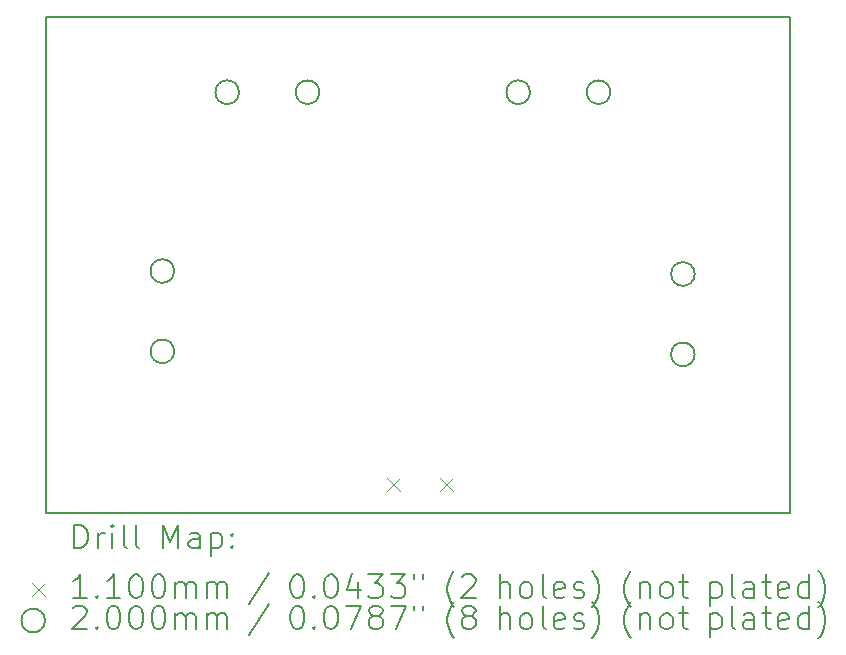
<source format=gbr>
%TF.GenerationSoftware,KiCad,Pcbnew,7.0.0-da2b9df05c~163~ubuntu22.04.1*%
%TF.CreationDate,2023-02-19T22:43:45+00:00*%
%TF.ProjectId,userioswitch,75736572-696f-4737-9769-7463682e6b69,rev?*%
%TF.SameCoordinates,Original*%
%TF.FileFunction,Drillmap*%
%TF.FilePolarity,Positive*%
%FSLAX45Y45*%
G04 Gerber Fmt 4.5, Leading zero omitted, Abs format (unit mm)*
G04 Created by KiCad (PCBNEW 7.0.0-da2b9df05c~163~ubuntu22.04.1) date 2023-02-19 22:43:45*
%MOMM*%
%LPD*%
G01*
G04 APERTURE LIST*
%ADD10C,0.200000*%
%ADD11C,0.110000*%
G04 APERTURE END LIST*
D10*
X17050000Y-6700000D02*
X23350000Y-6700000D01*
X23350000Y-6700000D02*
X23350000Y-10900000D01*
X23350000Y-10900000D02*
X17050000Y-10900000D01*
X17050000Y-10900000D02*
X17050000Y-6700000D01*
D11*
X19934800Y-10605100D02*
X20044800Y-10715100D01*
X20044800Y-10605100D02*
X19934800Y-10715100D01*
X20384800Y-10605100D02*
X20494800Y-10715100D01*
X20494800Y-10605100D02*
X20384800Y-10715100D01*
D10*
X18134000Y-8854800D02*
G75*
G03*
X18134000Y-8854800I-100000J0D01*
G01*
X18134000Y-9534800D02*
G75*
G03*
X18134000Y-9534800I-100000J0D01*
G01*
X18683000Y-7340600D02*
G75*
G03*
X18683000Y-7340600I-100000J0D01*
G01*
X19363000Y-7340600D02*
G75*
G03*
X19363000Y-7340600I-100000J0D01*
G01*
X21146800Y-7340600D02*
G75*
G03*
X21146800Y-7340600I-100000J0D01*
G01*
X21826800Y-7340600D02*
G75*
G03*
X21826800Y-7340600I-100000J0D01*
G01*
X22540650Y-8880200D02*
G75*
G03*
X22540650Y-8880200I-100000J0D01*
G01*
X22540650Y-9560200D02*
G75*
G03*
X22540650Y-9560200I-100000J0D01*
G01*
X17287619Y-11203476D02*
X17287619Y-11003476D01*
X17287619Y-11003476D02*
X17335238Y-11003476D01*
X17335238Y-11003476D02*
X17363810Y-11013000D01*
X17363810Y-11013000D02*
X17382857Y-11032048D01*
X17382857Y-11032048D02*
X17392381Y-11051095D01*
X17392381Y-11051095D02*
X17401905Y-11089190D01*
X17401905Y-11089190D02*
X17401905Y-11117762D01*
X17401905Y-11117762D02*
X17392381Y-11155857D01*
X17392381Y-11155857D02*
X17382857Y-11174905D01*
X17382857Y-11174905D02*
X17363810Y-11193952D01*
X17363810Y-11193952D02*
X17335238Y-11203476D01*
X17335238Y-11203476D02*
X17287619Y-11203476D01*
X17487619Y-11203476D02*
X17487619Y-11070143D01*
X17487619Y-11108238D02*
X17497143Y-11089190D01*
X17497143Y-11089190D02*
X17506667Y-11079667D01*
X17506667Y-11079667D02*
X17525714Y-11070143D01*
X17525714Y-11070143D02*
X17544762Y-11070143D01*
X17611429Y-11203476D02*
X17611429Y-11070143D01*
X17611429Y-11003476D02*
X17601905Y-11013000D01*
X17601905Y-11013000D02*
X17611429Y-11022524D01*
X17611429Y-11022524D02*
X17620952Y-11013000D01*
X17620952Y-11013000D02*
X17611429Y-11003476D01*
X17611429Y-11003476D02*
X17611429Y-11022524D01*
X17735238Y-11203476D02*
X17716190Y-11193952D01*
X17716190Y-11193952D02*
X17706667Y-11174905D01*
X17706667Y-11174905D02*
X17706667Y-11003476D01*
X17840000Y-11203476D02*
X17820952Y-11193952D01*
X17820952Y-11193952D02*
X17811429Y-11174905D01*
X17811429Y-11174905D02*
X17811429Y-11003476D01*
X18036190Y-11203476D02*
X18036190Y-11003476D01*
X18036190Y-11003476D02*
X18102857Y-11146333D01*
X18102857Y-11146333D02*
X18169524Y-11003476D01*
X18169524Y-11003476D02*
X18169524Y-11203476D01*
X18350476Y-11203476D02*
X18350476Y-11098714D01*
X18350476Y-11098714D02*
X18340952Y-11079667D01*
X18340952Y-11079667D02*
X18321905Y-11070143D01*
X18321905Y-11070143D02*
X18283809Y-11070143D01*
X18283809Y-11070143D02*
X18264762Y-11079667D01*
X18350476Y-11193952D02*
X18331429Y-11203476D01*
X18331429Y-11203476D02*
X18283809Y-11203476D01*
X18283809Y-11203476D02*
X18264762Y-11193952D01*
X18264762Y-11193952D02*
X18255238Y-11174905D01*
X18255238Y-11174905D02*
X18255238Y-11155857D01*
X18255238Y-11155857D02*
X18264762Y-11136810D01*
X18264762Y-11136810D02*
X18283809Y-11127286D01*
X18283809Y-11127286D02*
X18331429Y-11127286D01*
X18331429Y-11127286D02*
X18350476Y-11117762D01*
X18445714Y-11070143D02*
X18445714Y-11270143D01*
X18445714Y-11079667D02*
X18464762Y-11070143D01*
X18464762Y-11070143D02*
X18502857Y-11070143D01*
X18502857Y-11070143D02*
X18521905Y-11079667D01*
X18521905Y-11079667D02*
X18531429Y-11089190D01*
X18531429Y-11089190D02*
X18540952Y-11108238D01*
X18540952Y-11108238D02*
X18540952Y-11165381D01*
X18540952Y-11165381D02*
X18531429Y-11184429D01*
X18531429Y-11184429D02*
X18521905Y-11193952D01*
X18521905Y-11193952D02*
X18502857Y-11203476D01*
X18502857Y-11203476D02*
X18464762Y-11203476D01*
X18464762Y-11203476D02*
X18445714Y-11193952D01*
X18626667Y-11184429D02*
X18636190Y-11193952D01*
X18636190Y-11193952D02*
X18626667Y-11203476D01*
X18626667Y-11203476D02*
X18617143Y-11193952D01*
X18617143Y-11193952D02*
X18626667Y-11184429D01*
X18626667Y-11184429D02*
X18626667Y-11203476D01*
X18626667Y-11079667D02*
X18636190Y-11089190D01*
X18636190Y-11089190D02*
X18626667Y-11098714D01*
X18626667Y-11098714D02*
X18617143Y-11089190D01*
X18617143Y-11089190D02*
X18626667Y-11079667D01*
X18626667Y-11079667D02*
X18626667Y-11098714D01*
D11*
X16930000Y-11495000D02*
X17040000Y-11605000D01*
X17040000Y-11495000D02*
X16930000Y-11605000D01*
D10*
X17392381Y-11623476D02*
X17278095Y-11623476D01*
X17335238Y-11623476D02*
X17335238Y-11423476D01*
X17335238Y-11423476D02*
X17316190Y-11452048D01*
X17316190Y-11452048D02*
X17297143Y-11471095D01*
X17297143Y-11471095D02*
X17278095Y-11480619D01*
X17478095Y-11604428D02*
X17487619Y-11613952D01*
X17487619Y-11613952D02*
X17478095Y-11623476D01*
X17478095Y-11623476D02*
X17468571Y-11613952D01*
X17468571Y-11613952D02*
X17478095Y-11604428D01*
X17478095Y-11604428D02*
X17478095Y-11623476D01*
X17678095Y-11623476D02*
X17563810Y-11623476D01*
X17620952Y-11623476D02*
X17620952Y-11423476D01*
X17620952Y-11423476D02*
X17601905Y-11452048D01*
X17601905Y-11452048D02*
X17582857Y-11471095D01*
X17582857Y-11471095D02*
X17563810Y-11480619D01*
X17801905Y-11423476D02*
X17820952Y-11423476D01*
X17820952Y-11423476D02*
X17840000Y-11433000D01*
X17840000Y-11433000D02*
X17849524Y-11442524D01*
X17849524Y-11442524D02*
X17859048Y-11461571D01*
X17859048Y-11461571D02*
X17868571Y-11499667D01*
X17868571Y-11499667D02*
X17868571Y-11547286D01*
X17868571Y-11547286D02*
X17859048Y-11585381D01*
X17859048Y-11585381D02*
X17849524Y-11604428D01*
X17849524Y-11604428D02*
X17840000Y-11613952D01*
X17840000Y-11613952D02*
X17820952Y-11623476D01*
X17820952Y-11623476D02*
X17801905Y-11623476D01*
X17801905Y-11623476D02*
X17782857Y-11613952D01*
X17782857Y-11613952D02*
X17773333Y-11604428D01*
X17773333Y-11604428D02*
X17763810Y-11585381D01*
X17763810Y-11585381D02*
X17754286Y-11547286D01*
X17754286Y-11547286D02*
X17754286Y-11499667D01*
X17754286Y-11499667D02*
X17763810Y-11461571D01*
X17763810Y-11461571D02*
X17773333Y-11442524D01*
X17773333Y-11442524D02*
X17782857Y-11433000D01*
X17782857Y-11433000D02*
X17801905Y-11423476D01*
X17992381Y-11423476D02*
X18011429Y-11423476D01*
X18011429Y-11423476D02*
X18030476Y-11433000D01*
X18030476Y-11433000D02*
X18040000Y-11442524D01*
X18040000Y-11442524D02*
X18049524Y-11461571D01*
X18049524Y-11461571D02*
X18059048Y-11499667D01*
X18059048Y-11499667D02*
X18059048Y-11547286D01*
X18059048Y-11547286D02*
X18049524Y-11585381D01*
X18049524Y-11585381D02*
X18040000Y-11604428D01*
X18040000Y-11604428D02*
X18030476Y-11613952D01*
X18030476Y-11613952D02*
X18011429Y-11623476D01*
X18011429Y-11623476D02*
X17992381Y-11623476D01*
X17992381Y-11623476D02*
X17973333Y-11613952D01*
X17973333Y-11613952D02*
X17963810Y-11604428D01*
X17963810Y-11604428D02*
X17954286Y-11585381D01*
X17954286Y-11585381D02*
X17944762Y-11547286D01*
X17944762Y-11547286D02*
X17944762Y-11499667D01*
X17944762Y-11499667D02*
X17954286Y-11461571D01*
X17954286Y-11461571D02*
X17963810Y-11442524D01*
X17963810Y-11442524D02*
X17973333Y-11433000D01*
X17973333Y-11433000D02*
X17992381Y-11423476D01*
X18144762Y-11623476D02*
X18144762Y-11490143D01*
X18144762Y-11509190D02*
X18154286Y-11499667D01*
X18154286Y-11499667D02*
X18173333Y-11490143D01*
X18173333Y-11490143D02*
X18201905Y-11490143D01*
X18201905Y-11490143D02*
X18220952Y-11499667D01*
X18220952Y-11499667D02*
X18230476Y-11518714D01*
X18230476Y-11518714D02*
X18230476Y-11623476D01*
X18230476Y-11518714D02*
X18240000Y-11499667D01*
X18240000Y-11499667D02*
X18259048Y-11490143D01*
X18259048Y-11490143D02*
X18287619Y-11490143D01*
X18287619Y-11490143D02*
X18306667Y-11499667D01*
X18306667Y-11499667D02*
X18316191Y-11518714D01*
X18316191Y-11518714D02*
X18316191Y-11623476D01*
X18411429Y-11623476D02*
X18411429Y-11490143D01*
X18411429Y-11509190D02*
X18420952Y-11499667D01*
X18420952Y-11499667D02*
X18440000Y-11490143D01*
X18440000Y-11490143D02*
X18468572Y-11490143D01*
X18468572Y-11490143D02*
X18487619Y-11499667D01*
X18487619Y-11499667D02*
X18497143Y-11518714D01*
X18497143Y-11518714D02*
X18497143Y-11623476D01*
X18497143Y-11518714D02*
X18506667Y-11499667D01*
X18506667Y-11499667D02*
X18525714Y-11490143D01*
X18525714Y-11490143D02*
X18554286Y-11490143D01*
X18554286Y-11490143D02*
X18573333Y-11499667D01*
X18573333Y-11499667D02*
X18582857Y-11518714D01*
X18582857Y-11518714D02*
X18582857Y-11623476D01*
X18940952Y-11413952D02*
X18769524Y-11671095D01*
X19165714Y-11423476D02*
X19184762Y-11423476D01*
X19184762Y-11423476D02*
X19203810Y-11433000D01*
X19203810Y-11433000D02*
X19213333Y-11442524D01*
X19213333Y-11442524D02*
X19222857Y-11461571D01*
X19222857Y-11461571D02*
X19232381Y-11499667D01*
X19232381Y-11499667D02*
X19232381Y-11547286D01*
X19232381Y-11547286D02*
X19222857Y-11585381D01*
X19222857Y-11585381D02*
X19213333Y-11604428D01*
X19213333Y-11604428D02*
X19203810Y-11613952D01*
X19203810Y-11613952D02*
X19184762Y-11623476D01*
X19184762Y-11623476D02*
X19165714Y-11623476D01*
X19165714Y-11623476D02*
X19146667Y-11613952D01*
X19146667Y-11613952D02*
X19137143Y-11604428D01*
X19137143Y-11604428D02*
X19127619Y-11585381D01*
X19127619Y-11585381D02*
X19118095Y-11547286D01*
X19118095Y-11547286D02*
X19118095Y-11499667D01*
X19118095Y-11499667D02*
X19127619Y-11461571D01*
X19127619Y-11461571D02*
X19137143Y-11442524D01*
X19137143Y-11442524D02*
X19146667Y-11433000D01*
X19146667Y-11433000D02*
X19165714Y-11423476D01*
X19318095Y-11604428D02*
X19327619Y-11613952D01*
X19327619Y-11613952D02*
X19318095Y-11623476D01*
X19318095Y-11623476D02*
X19308572Y-11613952D01*
X19308572Y-11613952D02*
X19318095Y-11604428D01*
X19318095Y-11604428D02*
X19318095Y-11623476D01*
X19451429Y-11423476D02*
X19470476Y-11423476D01*
X19470476Y-11423476D02*
X19489524Y-11433000D01*
X19489524Y-11433000D02*
X19499048Y-11442524D01*
X19499048Y-11442524D02*
X19508572Y-11461571D01*
X19508572Y-11461571D02*
X19518095Y-11499667D01*
X19518095Y-11499667D02*
X19518095Y-11547286D01*
X19518095Y-11547286D02*
X19508572Y-11585381D01*
X19508572Y-11585381D02*
X19499048Y-11604428D01*
X19499048Y-11604428D02*
X19489524Y-11613952D01*
X19489524Y-11613952D02*
X19470476Y-11623476D01*
X19470476Y-11623476D02*
X19451429Y-11623476D01*
X19451429Y-11623476D02*
X19432381Y-11613952D01*
X19432381Y-11613952D02*
X19422857Y-11604428D01*
X19422857Y-11604428D02*
X19413333Y-11585381D01*
X19413333Y-11585381D02*
X19403810Y-11547286D01*
X19403810Y-11547286D02*
X19403810Y-11499667D01*
X19403810Y-11499667D02*
X19413333Y-11461571D01*
X19413333Y-11461571D02*
X19422857Y-11442524D01*
X19422857Y-11442524D02*
X19432381Y-11433000D01*
X19432381Y-11433000D02*
X19451429Y-11423476D01*
X19689524Y-11490143D02*
X19689524Y-11623476D01*
X19641905Y-11413952D02*
X19594286Y-11556809D01*
X19594286Y-11556809D02*
X19718095Y-11556809D01*
X19775238Y-11423476D02*
X19899048Y-11423476D01*
X19899048Y-11423476D02*
X19832381Y-11499667D01*
X19832381Y-11499667D02*
X19860953Y-11499667D01*
X19860953Y-11499667D02*
X19880000Y-11509190D01*
X19880000Y-11509190D02*
X19889524Y-11518714D01*
X19889524Y-11518714D02*
X19899048Y-11537762D01*
X19899048Y-11537762D02*
X19899048Y-11585381D01*
X19899048Y-11585381D02*
X19889524Y-11604428D01*
X19889524Y-11604428D02*
X19880000Y-11613952D01*
X19880000Y-11613952D02*
X19860953Y-11623476D01*
X19860953Y-11623476D02*
X19803810Y-11623476D01*
X19803810Y-11623476D02*
X19784762Y-11613952D01*
X19784762Y-11613952D02*
X19775238Y-11604428D01*
X19965714Y-11423476D02*
X20089524Y-11423476D01*
X20089524Y-11423476D02*
X20022857Y-11499667D01*
X20022857Y-11499667D02*
X20051429Y-11499667D01*
X20051429Y-11499667D02*
X20070476Y-11509190D01*
X20070476Y-11509190D02*
X20080000Y-11518714D01*
X20080000Y-11518714D02*
X20089524Y-11537762D01*
X20089524Y-11537762D02*
X20089524Y-11585381D01*
X20089524Y-11585381D02*
X20080000Y-11604428D01*
X20080000Y-11604428D02*
X20070476Y-11613952D01*
X20070476Y-11613952D02*
X20051429Y-11623476D01*
X20051429Y-11623476D02*
X19994286Y-11623476D01*
X19994286Y-11623476D02*
X19975238Y-11613952D01*
X19975238Y-11613952D02*
X19965714Y-11604428D01*
X20165714Y-11423476D02*
X20165714Y-11461571D01*
X20241905Y-11423476D02*
X20241905Y-11461571D01*
X20504762Y-11699667D02*
X20495238Y-11690143D01*
X20495238Y-11690143D02*
X20476191Y-11661571D01*
X20476191Y-11661571D02*
X20466667Y-11642524D01*
X20466667Y-11642524D02*
X20457143Y-11613952D01*
X20457143Y-11613952D02*
X20447619Y-11566333D01*
X20447619Y-11566333D02*
X20447619Y-11528238D01*
X20447619Y-11528238D02*
X20457143Y-11480619D01*
X20457143Y-11480619D02*
X20466667Y-11452048D01*
X20466667Y-11452048D02*
X20476191Y-11433000D01*
X20476191Y-11433000D02*
X20495238Y-11404428D01*
X20495238Y-11404428D02*
X20504762Y-11394905D01*
X20571429Y-11442524D02*
X20580953Y-11433000D01*
X20580953Y-11433000D02*
X20600000Y-11423476D01*
X20600000Y-11423476D02*
X20647619Y-11423476D01*
X20647619Y-11423476D02*
X20666667Y-11433000D01*
X20666667Y-11433000D02*
X20676191Y-11442524D01*
X20676191Y-11442524D02*
X20685714Y-11461571D01*
X20685714Y-11461571D02*
X20685714Y-11480619D01*
X20685714Y-11480619D02*
X20676191Y-11509190D01*
X20676191Y-11509190D02*
X20561905Y-11623476D01*
X20561905Y-11623476D02*
X20685714Y-11623476D01*
X20891429Y-11623476D02*
X20891429Y-11423476D01*
X20977143Y-11623476D02*
X20977143Y-11518714D01*
X20977143Y-11518714D02*
X20967619Y-11499667D01*
X20967619Y-11499667D02*
X20948572Y-11490143D01*
X20948572Y-11490143D02*
X20920000Y-11490143D01*
X20920000Y-11490143D02*
X20900953Y-11499667D01*
X20900953Y-11499667D02*
X20891429Y-11509190D01*
X21100953Y-11623476D02*
X21081905Y-11613952D01*
X21081905Y-11613952D02*
X21072381Y-11604428D01*
X21072381Y-11604428D02*
X21062857Y-11585381D01*
X21062857Y-11585381D02*
X21062857Y-11528238D01*
X21062857Y-11528238D02*
X21072381Y-11509190D01*
X21072381Y-11509190D02*
X21081905Y-11499667D01*
X21081905Y-11499667D02*
X21100953Y-11490143D01*
X21100953Y-11490143D02*
X21129524Y-11490143D01*
X21129524Y-11490143D02*
X21148572Y-11499667D01*
X21148572Y-11499667D02*
X21158095Y-11509190D01*
X21158095Y-11509190D02*
X21167619Y-11528238D01*
X21167619Y-11528238D02*
X21167619Y-11585381D01*
X21167619Y-11585381D02*
X21158095Y-11604428D01*
X21158095Y-11604428D02*
X21148572Y-11613952D01*
X21148572Y-11613952D02*
X21129524Y-11623476D01*
X21129524Y-11623476D02*
X21100953Y-11623476D01*
X21281905Y-11623476D02*
X21262857Y-11613952D01*
X21262857Y-11613952D02*
X21253334Y-11594905D01*
X21253334Y-11594905D02*
X21253334Y-11423476D01*
X21434286Y-11613952D02*
X21415238Y-11623476D01*
X21415238Y-11623476D02*
X21377143Y-11623476D01*
X21377143Y-11623476D02*
X21358095Y-11613952D01*
X21358095Y-11613952D02*
X21348572Y-11594905D01*
X21348572Y-11594905D02*
X21348572Y-11518714D01*
X21348572Y-11518714D02*
X21358095Y-11499667D01*
X21358095Y-11499667D02*
X21377143Y-11490143D01*
X21377143Y-11490143D02*
X21415238Y-11490143D01*
X21415238Y-11490143D02*
X21434286Y-11499667D01*
X21434286Y-11499667D02*
X21443810Y-11518714D01*
X21443810Y-11518714D02*
X21443810Y-11537762D01*
X21443810Y-11537762D02*
X21348572Y-11556809D01*
X21520000Y-11613952D02*
X21539048Y-11623476D01*
X21539048Y-11623476D02*
X21577143Y-11623476D01*
X21577143Y-11623476D02*
X21596191Y-11613952D01*
X21596191Y-11613952D02*
X21605715Y-11594905D01*
X21605715Y-11594905D02*
X21605715Y-11585381D01*
X21605715Y-11585381D02*
X21596191Y-11566333D01*
X21596191Y-11566333D02*
X21577143Y-11556809D01*
X21577143Y-11556809D02*
X21548572Y-11556809D01*
X21548572Y-11556809D02*
X21529524Y-11547286D01*
X21529524Y-11547286D02*
X21520000Y-11528238D01*
X21520000Y-11528238D02*
X21520000Y-11518714D01*
X21520000Y-11518714D02*
X21529524Y-11499667D01*
X21529524Y-11499667D02*
X21548572Y-11490143D01*
X21548572Y-11490143D02*
X21577143Y-11490143D01*
X21577143Y-11490143D02*
X21596191Y-11499667D01*
X21672381Y-11699667D02*
X21681905Y-11690143D01*
X21681905Y-11690143D02*
X21700953Y-11661571D01*
X21700953Y-11661571D02*
X21710476Y-11642524D01*
X21710476Y-11642524D02*
X21720000Y-11613952D01*
X21720000Y-11613952D02*
X21729524Y-11566333D01*
X21729524Y-11566333D02*
X21729524Y-11528238D01*
X21729524Y-11528238D02*
X21720000Y-11480619D01*
X21720000Y-11480619D02*
X21710476Y-11452048D01*
X21710476Y-11452048D02*
X21700953Y-11433000D01*
X21700953Y-11433000D02*
X21681905Y-11404428D01*
X21681905Y-11404428D02*
X21672381Y-11394905D01*
X22001905Y-11699667D02*
X21992381Y-11690143D01*
X21992381Y-11690143D02*
X21973334Y-11661571D01*
X21973334Y-11661571D02*
X21963810Y-11642524D01*
X21963810Y-11642524D02*
X21954286Y-11613952D01*
X21954286Y-11613952D02*
X21944762Y-11566333D01*
X21944762Y-11566333D02*
X21944762Y-11528238D01*
X21944762Y-11528238D02*
X21954286Y-11480619D01*
X21954286Y-11480619D02*
X21963810Y-11452048D01*
X21963810Y-11452048D02*
X21973334Y-11433000D01*
X21973334Y-11433000D02*
X21992381Y-11404428D01*
X21992381Y-11404428D02*
X22001905Y-11394905D01*
X22078095Y-11490143D02*
X22078095Y-11623476D01*
X22078095Y-11509190D02*
X22087619Y-11499667D01*
X22087619Y-11499667D02*
X22106667Y-11490143D01*
X22106667Y-11490143D02*
X22135238Y-11490143D01*
X22135238Y-11490143D02*
X22154286Y-11499667D01*
X22154286Y-11499667D02*
X22163810Y-11518714D01*
X22163810Y-11518714D02*
X22163810Y-11623476D01*
X22287619Y-11623476D02*
X22268572Y-11613952D01*
X22268572Y-11613952D02*
X22259048Y-11604428D01*
X22259048Y-11604428D02*
X22249524Y-11585381D01*
X22249524Y-11585381D02*
X22249524Y-11528238D01*
X22249524Y-11528238D02*
X22259048Y-11509190D01*
X22259048Y-11509190D02*
X22268572Y-11499667D01*
X22268572Y-11499667D02*
X22287619Y-11490143D01*
X22287619Y-11490143D02*
X22316191Y-11490143D01*
X22316191Y-11490143D02*
X22335238Y-11499667D01*
X22335238Y-11499667D02*
X22344762Y-11509190D01*
X22344762Y-11509190D02*
X22354286Y-11528238D01*
X22354286Y-11528238D02*
X22354286Y-11585381D01*
X22354286Y-11585381D02*
X22344762Y-11604428D01*
X22344762Y-11604428D02*
X22335238Y-11613952D01*
X22335238Y-11613952D02*
X22316191Y-11623476D01*
X22316191Y-11623476D02*
X22287619Y-11623476D01*
X22411429Y-11490143D02*
X22487619Y-11490143D01*
X22440000Y-11423476D02*
X22440000Y-11594905D01*
X22440000Y-11594905D02*
X22449524Y-11613952D01*
X22449524Y-11613952D02*
X22468572Y-11623476D01*
X22468572Y-11623476D02*
X22487619Y-11623476D01*
X22674286Y-11490143D02*
X22674286Y-11690143D01*
X22674286Y-11499667D02*
X22693333Y-11490143D01*
X22693333Y-11490143D02*
X22731429Y-11490143D01*
X22731429Y-11490143D02*
X22750476Y-11499667D01*
X22750476Y-11499667D02*
X22760000Y-11509190D01*
X22760000Y-11509190D02*
X22769524Y-11528238D01*
X22769524Y-11528238D02*
X22769524Y-11585381D01*
X22769524Y-11585381D02*
X22760000Y-11604428D01*
X22760000Y-11604428D02*
X22750476Y-11613952D01*
X22750476Y-11613952D02*
X22731429Y-11623476D01*
X22731429Y-11623476D02*
X22693333Y-11623476D01*
X22693333Y-11623476D02*
X22674286Y-11613952D01*
X22883810Y-11623476D02*
X22864762Y-11613952D01*
X22864762Y-11613952D02*
X22855238Y-11594905D01*
X22855238Y-11594905D02*
X22855238Y-11423476D01*
X23045714Y-11623476D02*
X23045714Y-11518714D01*
X23045714Y-11518714D02*
X23036191Y-11499667D01*
X23036191Y-11499667D02*
X23017143Y-11490143D01*
X23017143Y-11490143D02*
X22979048Y-11490143D01*
X22979048Y-11490143D02*
X22960000Y-11499667D01*
X23045714Y-11613952D02*
X23026667Y-11623476D01*
X23026667Y-11623476D02*
X22979048Y-11623476D01*
X22979048Y-11623476D02*
X22960000Y-11613952D01*
X22960000Y-11613952D02*
X22950476Y-11594905D01*
X22950476Y-11594905D02*
X22950476Y-11575857D01*
X22950476Y-11575857D02*
X22960000Y-11556809D01*
X22960000Y-11556809D02*
X22979048Y-11547286D01*
X22979048Y-11547286D02*
X23026667Y-11547286D01*
X23026667Y-11547286D02*
X23045714Y-11537762D01*
X23112381Y-11490143D02*
X23188572Y-11490143D01*
X23140953Y-11423476D02*
X23140953Y-11594905D01*
X23140953Y-11594905D02*
X23150476Y-11613952D01*
X23150476Y-11613952D02*
X23169524Y-11623476D01*
X23169524Y-11623476D02*
X23188572Y-11623476D01*
X23331429Y-11613952D02*
X23312381Y-11623476D01*
X23312381Y-11623476D02*
X23274286Y-11623476D01*
X23274286Y-11623476D02*
X23255238Y-11613952D01*
X23255238Y-11613952D02*
X23245714Y-11594905D01*
X23245714Y-11594905D02*
X23245714Y-11518714D01*
X23245714Y-11518714D02*
X23255238Y-11499667D01*
X23255238Y-11499667D02*
X23274286Y-11490143D01*
X23274286Y-11490143D02*
X23312381Y-11490143D01*
X23312381Y-11490143D02*
X23331429Y-11499667D01*
X23331429Y-11499667D02*
X23340953Y-11518714D01*
X23340953Y-11518714D02*
X23340953Y-11537762D01*
X23340953Y-11537762D02*
X23245714Y-11556809D01*
X23512381Y-11623476D02*
X23512381Y-11423476D01*
X23512381Y-11613952D02*
X23493334Y-11623476D01*
X23493334Y-11623476D02*
X23455238Y-11623476D01*
X23455238Y-11623476D02*
X23436191Y-11613952D01*
X23436191Y-11613952D02*
X23426667Y-11604428D01*
X23426667Y-11604428D02*
X23417143Y-11585381D01*
X23417143Y-11585381D02*
X23417143Y-11528238D01*
X23417143Y-11528238D02*
X23426667Y-11509190D01*
X23426667Y-11509190D02*
X23436191Y-11499667D01*
X23436191Y-11499667D02*
X23455238Y-11490143D01*
X23455238Y-11490143D02*
X23493334Y-11490143D01*
X23493334Y-11490143D02*
X23512381Y-11499667D01*
X23588572Y-11699667D02*
X23598095Y-11690143D01*
X23598095Y-11690143D02*
X23617143Y-11661571D01*
X23617143Y-11661571D02*
X23626667Y-11642524D01*
X23626667Y-11642524D02*
X23636191Y-11613952D01*
X23636191Y-11613952D02*
X23645714Y-11566333D01*
X23645714Y-11566333D02*
X23645714Y-11528238D01*
X23645714Y-11528238D02*
X23636191Y-11480619D01*
X23636191Y-11480619D02*
X23626667Y-11452048D01*
X23626667Y-11452048D02*
X23617143Y-11433000D01*
X23617143Y-11433000D02*
X23598095Y-11404428D01*
X23598095Y-11404428D02*
X23588572Y-11394905D01*
X17040000Y-11814000D02*
G75*
G03*
X17040000Y-11814000I-100000J0D01*
G01*
X17278095Y-11706524D02*
X17287619Y-11697000D01*
X17287619Y-11697000D02*
X17306667Y-11687476D01*
X17306667Y-11687476D02*
X17354286Y-11687476D01*
X17354286Y-11687476D02*
X17373333Y-11697000D01*
X17373333Y-11697000D02*
X17382857Y-11706524D01*
X17382857Y-11706524D02*
X17392381Y-11725571D01*
X17392381Y-11725571D02*
X17392381Y-11744619D01*
X17392381Y-11744619D02*
X17382857Y-11773190D01*
X17382857Y-11773190D02*
X17268571Y-11887476D01*
X17268571Y-11887476D02*
X17392381Y-11887476D01*
X17478095Y-11868428D02*
X17487619Y-11877952D01*
X17487619Y-11877952D02*
X17478095Y-11887476D01*
X17478095Y-11887476D02*
X17468571Y-11877952D01*
X17468571Y-11877952D02*
X17478095Y-11868428D01*
X17478095Y-11868428D02*
X17478095Y-11887476D01*
X17611429Y-11687476D02*
X17630476Y-11687476D01*
X17630476Y-11687476D02*
X17649524Y-11697000D01*
X17649524Y-11697000D02*
X17659048Y-11706524D01*
X17659048Y-11706524D02*
X17668571Y-11725571D01*
X17668571Y-11725571D02*
X17678095Y-11763667D01*
X17678095Y-11763667D02*
X17678095Y-11811286D01*
X17678095Y-11811286D02*
X17668571Y-11849381D01*
X17668571Y-11849381D02*
X17659048Y-11868428D01*
X17659048Y-11868428D02*
X17649524Y-11877952D01*
X17649524Y-11877952D02*
X17630476Y-11887476D01*
X17630476Y-11887476D02*
X17611429Y-11887476D01*
X17611429Y-11887476D02*
X17592381Y-11877952D01*
X17592381Y-11877952D02*
X17582857Y-11868428D01*
X17582857Y-11868428D02*
X17573333Y-11849381D01*
X17573333Y-11849381D02*
X17563810Y-11811286D01*
X17563810Y-11811286D02*
X17563810Y-11763667D01*
X17563810Y-11763667D02*
X17573333Y-11725571D01*
X17573333Y-11725571D02*
X17582857Y-11706524D01*
X17582857Y-11706524D02*
X17592381Y-11697000D01*
X17592381Y-11697000D02*
X17611429Y-11687476D01*
X17801905Y-11687476D02*
X17820952Y-11687476D01*
X17820952Y-11687476D02*
X17840000Y-11697000D01*
X17840000Y-11697000D02*
X17849524Y-11706524D01*
X17849524Y-11706524D02*
X17859048Y-11725571D01*
X17859048Y-11725571D02*
X17868571Y-11763667D01*
X17868571Y-11763667D02*
X17868571Y-11811286D01*
X17868571Y-11811286D02*
X17859048Y-11849381D01*
X17859048Y-11849381D02*
X17849524Y-11868428D01*
X17849524Y-11868428D02*
X17840000Y-11877952D01*
X17840000Y-11877952D02*
X17820952Y-11887476D01*
X17820952Y-11887476D02*
X17801905Y-11887476D01*
X17801905Y-11887476D02*
X17782857Y-11877952D01*
X17782857Y-11877952D02*
X17773333Y-11868428D01*
X17773333Y-11868428D02*
X17763810Y-11849381D01*
X17763810Y-11849381D02*
X17754286Y-11811286D01*
X17754286Y-11811286D02*
X17754286Y-11763667D01*
X17754286Y-11763667D02*
X17763810Y-11725571D01*
X17763810Y-11725571D02*
X17773333Y-11706524D01*
X17773333Y-11706524D02*
X17782857Y-11697000D01*
X17782857Y-11697000D02*
X17801905Y-11687476D01*
X17992381Y-11687476D02*
X18011429Y-11687476D01*
X18011429Y-11687476D02*
X18030476Y-11697000D01*
X18030476Y-11697000D02*
X18040000Y-11706524D01*
X18040000Y-11706524D02*
X18049524Y-11725571D01*
X18049524Y-11725571D02*
X18059048Y-11763667D01*
X18059048Y-11763667D02*
X18059048Y-11811286D01*
X18059048Y-11811286D02*
X18049524Y-11849381D01*
X18049524Y-11849381D02*
X18040000Y-11868428D01*
X18040000Y-11868428D02*
X18030476Y-11877952D01*
X18030476Y-11877952D02*
X18011429Y-11887476D01*
X18011429Y-11887476D02*
X17992381Y-11887476D01*
X17992381Y-11887476D02*
X17973333Y-11877952D01*
X17973333Y-11877952D02*
X17963810Y-11868428D01*
X17963810Y-11868428D02*
X17954286Y-11849381D01*
X17954286Y-11849381D02*
X17944762Y-11811286D01*
X17944762Y-11811286D02*
X17944762Y-11763667D01*
X17944762Y-11763667D02*
X17954286Y-11725571D01*
X17954286Y-11725571D02*
X17963810Y-11706524D01*
X17963810Y-11706524D02*
X17973333Y-11697000D01*
X17973333Y-11697000D02*
X17992381Y-11687476D01*
X18144762Y-11887476D02*
X18144762Y-11754143D01*
X18144762Y-11773190D02*
X18154286Y-11763667D01*
X18154286Y-11763667D02*
X18173333Y-11754143D01*
X18173333Y-11754143D02*
X18201905Y-11754143D01*
X18201905Y-11754143D02*
X18220952Y-11763667D01*
X18220952Y-11763667D02*
X18230476Y-11782714D01*
X18230476Y-11782714D02*
X18230476Y-11887476D01*
X18230476Y-11782714D02*
X18240000Y-11763667D01*
X18240000Y-11763667D02*
X18259048Y-11754143D01*
X18259048Y-11754143D02*
X18287619Y-11754143D01*
X18287619Y-11754143D02*
X18306667Y-11763667D01*
X18306667Y-11763667D02*
X18316191Y-11782714D01*
X18316191Y-11782714D02*
X18316191Y-11887476D01*
X18411429Y-11887476D02*
X18411429Y-11754143D01*
X18411429Y-11773190D02*
X18420952Y-11763667D01*
X18420952Y-11763667D02*
X18440000Y-11754143D01*
X18440000Y-11754143D02*
X18468572Y-11754143D01*
X18468572Y-11754143D02*
X18487619Y-11763667D01*
X18487619Y-11763667D02*
X18497143Y-11782714D01*
X18497143Y-11782714D02*
X18497143Y-11887476D01*
X18497143Y-11782714D02*
X18506667Y-11763667D01*
X18506667Y-11763667D02*
X18525714Y-11754143D01*
X18525714Y-11754143D02*
X18554286Y-11754143D01*
X18554286Y-11754143D02*
X18573333Y-11763667D01*
X18573333Y-11763667D02*
X18582857Y-11782714D01*
X18582857Y-11782714D02*
X18582857Y-11887476D01*
X18940952Y-11677952D02*
X18769524Y-11935095D01*
X19165714Y-11687476D02*
X19184762Y-11687476D01*
X19184762Y-11687476D02*
X19203810Y-11697000D01*
X19203810Y-11697000D02*
X19213333Y-11706524D01*
X19213333Y-11706524D02*
X19222857Y-11725571D01*
X19222857Y-11725571D02*
X19232381Y-11763667D01*
X19232381Y-11763667D02*
X19232381Y-11811286D01*
X19232381Y-11811286D02*
X19222857Y-11849381D01*
X19222857Y-11849381D02*
X19213333Y-11868428D01*
X19213333Y-11868428D02*
X19203810Y-11877952D01*
X19203810Y-11877952D02*
X19184762Y-11887476D01*
X19184762Y-11887476D02*
X19165714Y-11887476D01*
X19165714Y-11887476D02*
X19146667Y-11877952D01*
X19146667Y-11877952D02*
X19137143Y-11868428D01*
X19137143Y-11868428D02*
X19127619Y-11849381D01*
X19127619Y-11849381D02*
X19118095Y-11811286D01*
X19118095Y-11811286D02*
X19118095Y-11763667D01*
X19118095Y-11763667D02*
X19127619Y-11725571D01*
X19127619Y-11725571D02*
X19137143Y-11706524D01*
X19137143Y-11706524D02*
X19146667Y-11697000D01*
X19146667Y-11697000D02*
X19165714Y-11687476D01*
X19318095Y-11868428D02*
X19327619Y-11877952D01*
X19327619Y-11877952D02*
X19318095Y-11887476D01*
X19318095Y-11887476D02*
X19308572Y-11877952D01*
X19308572Y-11877952D02*
X19318095Y-11868428D01*
X19318095Y-11868428D02*
X19318095Y-11887476D01*
X19451429Y-11687476D02*
X19470476Y-11687476D01*
X19470476Y-11687476D02*
X19489524Y-11697000D01*
X19489524Y-11697000D02*
X19499048Y-11706524D01*
X19499048Y-11706524D02*
X19508572Y-11725571D01*
X19508572Y-11725571D02*
X19518095Y-11763667D01*
X19518095Y-11763667D02*
X19518095Y-11811286D01*
X19518095Y-11811286D02*
X19508572Y-11849381D01*
X19508572Y-11849381D02*
X19499048Y-11868428D01*
X19499048Y-11868428D02*
X19489524Y-11877952D01*
X19489524Y-11877952D02*
X19470476Y-11887476D01*
X19470476Y-11887476D02*
X19451429Y-11887476D01*
X19451429Y-11887476D02*
X19432381Y-11877952D01*
X19432381Y-11877952D02*
X19422857Y-11868428D01*
X19422857Y-11868428D02*
X19413333Y-11849381D01*
X19413333Y-11849381D02*
X19403810Y-11811286D01*
X19403810Y-11811286D02*
X19403810Y-11763667D01*
X19403810Y-11763667D02*
X19413333Y-11725571D01*
X19413333Y-11725571D02*
X19422857Y-11706524D01*
X19422857Y-11706524D02*
X19432381Y-11697000D01*
X19432381Y-11697000D02*
X19451429Y-11687476D01*
X19584762Y-11687476D02*
X19718095Y-11687476D01*
X19718095Y-11687476D02*
X19632381Y-11887476D01*
X19822857Y-11773190D02*
X19803810Y-11763667D01*
X19803810Y-11763667D02*
X19794286Y-11754143D01*
X19794286Y-11754143D02*
X19784762Y-11735095D01*
X19784762Y-11735095D02*
X19784762Y-11725571D01*
X19784762Y-11725571D02*
X19794286Y-11706524D01*
X19794286Y-11706524D02*
X19803810Y-11697000D01*
X19803810Y-11697000D02*
X19822857Y-11687476D01*
X19822857Y-11687476D02*
X19860953Y-11687476D01*
X19860953Y-11687476D02*
X19880000Y-11697000D01*
X19880000Y-11697000D02*
X19889524Y-11706524D01*
X19889524Y-11706524D02*
X19899048Y-11725571D01*
X19899048Y-11725571D02*
X19899048Y-11735095D01*
X19899048Y-11735095D02*
X19889524Y-11754143D01*
X19889524Y-11754143D02*
X19880000Y-11763667D01*
X19880000Y-11763667D02*
X19860953Y-11773190D01*
X19860953Y-11773190D02*
X19822857Y-11773190D01*
X19822857Y-11773190D02*
X19803810Y-11782714D01*
X19803810Y-11782714D02*
X19794286Y-11792238D01*
X19794286Y-11792238D02*
X19784762Y-11811286D01*
X19784762Y-11811286D02*
X19784762Y-11849381D01*
X19784762Y-11849381D02*
X19794286Y-11868428D01*
X19794286Y-11868428D02*
X19803810Y-11877952D01*
X19803810Y-11877952D02*
X19822857Y-11887476D01*
X19822857Y-11887476D02*
X19860953Y-11887476D01*
X19860953Y-11887476D02*
X19880000Y-11877952D01*
X19880000Y-11877952D02*
X19889524Y-11868428D01*
X19889524Y-11868428D02*
X19899048Y-11849381D01*
X19899048Y-11849381D02*
X19899048Y-11811286D01*
X19899048Y-11811286D02*
X19889524Y-11792238D01*
X19889524Y-11792238D02*
X19880000Y-11782714D01*
X19880000Y-11782714D02*
X19860953Y-11773190D01*
X19965714Y-11687476D02*
X20099048Y-11687476D01*
X20099048Y-11687476D02*
X20013333Y-11887476D01*
X20165714Y-11687476D02*
X20165714Y-11725571D01*
X20241905Y-11687476D02*
X20241905Y-11725571D01*
X20504762Y-11963667D02*
X20495238Y-11954143D01*
X20495238Y-11954143D02*
X20476191Y-11925571D01*
X20476191Y-11925571D02*
X20466667Y-11906524D01*
X20466667Y-11906524D02*
X20457143Y-11877952D01*
X20457143Y-11877952D02*
X20447619Y-11830333D01*
X20447619Y-11830333D02*
X20447619Y-11792238D01*
X20447619Y-11792238D02*
X20457143Y-11744619D01*
X20457143Y-11744619D02*
X20466667Y-11716048D01*
X20466667Y-11716048D02*
X20476191Y-11697000D01*
X20476191Y-11697000D02*
X20495238Y-11668428D01*
X20495238Y-11668428D02*
X20504762Y-11658905D01*
X20609524Y-11773190D02*
X20590476Y-11763667D01*
X20590476Y-11763667D02*
X20580953Y-11754143D01*
X20580953Y-11754143D02*
X20571429Y-11735095D01*
X20571429Y-11735095D02*
X20571429Y-11725571D01*
X20571429Y-11725571D02*
X20580953Y-11706524D01*
X20580953Y-11706524D02*
X20590476Y-11697000D01*
X20590476Y-11697000D02*
X20609524Y-11687476D01*
X20609524Y-11687476D02*
X20647619Y-11687476D01*
X20647619Y-11687476D02*
X20666667Y-11697000D01*
X20666667Y-11697000D02*
X20676191Y-11706524D01*
X20676191Y-11706524D02*
X20685714Y-11725571D01*
X20685714Y-11725571D02*
X20685714Y-11735095D01*
X20685714Y-11735095D02*
X20676191Y-11754143D01*
X20676191Y-11754143D02*
X20666667Y-11763667D01*
X20666667Y-11763667D02*
X20647619Y-11773190D01*
X20647619Y-11773190D02*
X20609524Y-11773190D01*
X20609524Y-11773190D02*
X20590476Y-11782714D01*
X20590476Y-11782714D02*
X20580953Y-11792238D01*
X20580953Y-11792238D02*
X20571429Y-11811286D01*
X20571429Y-11811286D02*
X20571429Y-11849381D01*
X20571429Y-11849381D02*
X20580953Y-11868428D01*
X20580953Y-11868428D02*
X20590476Y-11877952D01*
X20590476Y-11877952D02*
X20609524Y-11887476D01*
X20609524Y-11887476D02*
X20647619Y-11887476D01*
X20647619Y-11887476D02*
X20666667Y-11877952D01*
X20666667Y-11877952D02*
X20676191Y-11868428D01*
X20676191Y-11868428D02*
X20685714Y-11849381D01*
X20685714Y-11849381D02*
X20685714Y-11811286D01*
X20685714Y-11811286D02*
X20676191Y-11792238D01*
X20676191Y-11792238D02*
X20666667Y-11782714D01*
X20666667Y-11782714D02*
X20647619Y-11773190D01*
X20891429Y-11887476D02*
X20891429Y-11687476D01*
X20977143Y-11887476D02*
X20977143Y-11782714D01*
X20977143Y-11782714D02*
X20967619Y-11763667D01*
X20967619Y-11763667D02*
X20948572Y-11754143D01*
X20948572Y-11754143D02*
X20920000Y-11754143D01*
X20920000Y-11754143D02*
X20900953Y-11763667D01*
X20900953Y-11763667D02*
X20891429Y-11773190D01*
X21100953Y-11887476D02*
X21081905Y-11877952D01*
X21081905Y-11877952D02*
X21072381Y-11868428D01*
X21072381Y-11868428D02*
X21062857Y-11849381D01*
X21062857Y-11849381D02*
X21062857Y-11792238D01*
X21062857Y-11792238D02*
X21072381Y-11773190D01*
X21072381Y-11773190D02*
X21081905Y-11763667D01*
X21081905Y-11763667D02*
X21100953Y-11754143D01*
X21100953Y-11754143D02*
X21129524Y-11754143D01*
X21129524Y-11754143D02*
X21148572Y-11763667D01*
X21148572Y-11763667D02*
X21158095Y-11773190D01*
X21158095Y-11773190D02*
X21167619Y-11792238D01*
X21167619Y-11792238D02*
X21167619Y-11849381D01*
X21167619Y-11849381D02*
X21158095Y-11868428D01*
X21158095Y-11868428D02*
X21148572Y-11877952D01*
X21148572Y-11877952D02*
X21129524Y-11887476D01*
X21129524Y-11887476D02*
X21100953Y-11887476D01*
X21281905Y-11887476D02*
X21262857Y-11877952D01*
X21262857Y-11877952D02*
X21253334Y-11858905D01*
X21253334Y-11858905D02*
X21253334Y-11687476D01*
X21434286Y-11877952D02*
X21415238Y-11887476D01*
X21415238Y-11887476D02*
X21377143Y-11887476D01*
X21377143Y-11887476D02*
X21358095Y-11877952D01*
X21358095Y-11877952D02*
X21348572Y-11858905D01*
X21348572Y-11858905D02*
X21348572Y-11782714D01*
X21348572Y-11782714D02*
X21358095Y-11763667D01*
X21358095Y-11763667D02*
X21377143Y-11754143D01*
X21377143Y-11754143D02*
X21415238Y-11754143D01*
X21415238Y-11754143D02*
X21434286Y-11763667D01*
X21434286Y-11763667D02*
X21443810Y-11782714D01*
X21443810Y-11782714D02*
X21443810Y-11801762D01*
X21443810Y-11801762D02*
X21348572Y-11820809D01*
X21520000Y-11877952D02*
X21539048Y-11887476D01*
X21539048Y-11887476D02*
X21577143Y-11887476D01*
X21577143Y-11887476D02*
X21596191Y-11877952D01*
X21596191Y-11877952D02*
X21605715Y-11858905D01*
X21605715Y-11858905D02*
X21605715Y-11849381D01*
X21605715Y-11849381D02*
X21596191Y-11830333D01*
X21596191Y-11830333D02*
X21577143Y-11820809D01*
X21577143Y-11820809D02*
X21548572Y-11820809D01*
X21548572Y-11820809D02*
X21529524Y-11811286D01*
X21529524Y-11811286D02*
X21520000Y-11792238D01*
X21520000Y-11792238D02*
X21520000Y-11782714D01*
X21520000Y-11782714D02*
X21529524Y-11763667D01*
X21529524Y-11763667D02*
X21548572Y-11754143D01*
X21548572Y-11754143D02*
X21577143Y-11754143D01*
X21577143Y-11754143D02*
X21596191Y-11763667D01*
X21672381Y-11963667D02*
X21681905Y-11954143D01*
X21681905Y-11954143D02*
X21700953Y-11925571D01*
X21700953Y-11925571D02*
X21710476Y-11906524D01*
X21710476Y-11906524D02*
X21720000Y-11877952D01*
X21720000Y-11877952D02*
X21729524Y-11830333D01*
X21729524Y-11830333D02*
X21729524Y-11792238D01*
X21729524Y-11792238D02*
X21720000Y-11744619D01*
X21720000Y-11744619D02*
X21710476Y-11716048D01*
X21710476Y-11716048D02*
X21700953Y-11697000D01*
X21700953Y-11697000D02*
X21681905Y-11668428D01*
X21681905Y-11668428D02*
X21672381Y-11658905D01*
X22001905Y-11963667D02*
X21992381Y-11954143D01*
X21992381Y-11954143D02*
X21973334Y-11925571D01*
X21973334Y-11925571D02*
X21963810Y-11906524D01*
X21963810Y-11906524D02*
X21954286Y-11877952D01*
X21954286Y-11877952D02*
X21944762Y-11830333D01*
X21944762Y-11830333D02*
X21944762Y-11792238D01*
X21944762Y-11792238D02*
X21954286Y-11744619D01*
X21954286Y-11744619D02*
X21963810Y-11716048D01*
X21963810Y-11716048D02*
X21973334Y-11697000D01*
X21973334Y-11697000D02*
X21992381Y-11668428D01*
X21992381Y-11668428D02*
X22001905Y-11658905D01*
X22078095Y-11754143D02*
X22078095Y-11887476D01*
X22078095Y-11773190D02*
X22087619Y-11763667D01*
X22087619Y-11763667D02*
X22106667Y-11754143D01*
X22106667Y-11754143D02*
X22135238Y-11754143D01*
X22135238Y-11754143D02*
X22154286Y-11763667D01*
X22154286Y-11763667D02*
X22163810Y-11782714D01*
X22163810Y-11782714D02*
X22163810Y-11887476D01*
X22287619Y-11887476D02*
X22268572Y-11877952D01*
X22268572Y-11877952D02*
X22259048Y-11868428D01*
X22259048Y-11868428D02*
X22249524Y-11849381D01*
X22249524Y-11849381D02*
X22249524Y-11792238D01*
X22249524Y-11792238D02*
X22259048Y-11773190D01*
X22259048Y-11773190D02*
X22268572Y-11763667D01*
X22268572Y-11763667D02*
X22287619Y-11754143D01*
X22287619Y-11754143D02*
X22316191Y-11754143D01*
X22316191Y-11754143D02*
X22335238Y-11763667D01*
X22335238Y-11763667D02*
X22344762Y-11773190D01*
X22344762Y-11773190D02*
X22354286Y-11792238D01*
X22354286Y-11792238D02*
X22354286Y-11849381D01*
X22354286Y-11849381D02*
X22344762Y-11868428D01*
X22344762Y-11868428D02*
X22335238Y-11877952D01*
X22335238Y-11877952D02*
X22316191Y-11887476D01*
X22316191Y-11887476D02*
X22287619Y-11887476D01*
X22411429Y-11754143D02*
X22487619Y-11754143D01*
X22440000Y-11687476D02*
X22440000Y-11858905D01*
X22440000Y-11858905D02*
X22449524Y-11877952D01*
X22449524Y-11877952D02*
X22468572Y-11887476D01*
X22468572Y-11887476D02*
X22487619Y-11887476D01*
X22674286Y-11754143D02*
X22674286Y-11954143D01*
X22674286Y-11763667D02*
X22693333Y-11754143D01*
X22693333Y-11754143D02*
X22731429Y-11754143D01*
X22731429Y-11754143D02*
X22750476Y-11763667D01*
X22750476Y-11763667D02*
X22760000Y-11773190D01*
X22760000Y-11773190D02*
X22769524Y-11792238D01*
X22769524Y-11792238D02*
X22769524Y-11849381D01*
X22769524Y-11849381D02*
X22760000Y-11868428D01*
X22760000Y-11868428D02*
X22750476Y-11877952D01*
X22750476Y-11877952D02*
X22731429Y-11887476D01*
X22731429Y-11887476D02*
X22693333Y-11887476D01*
X22693333Y-11887476D02*
X22674286Y-11877952D01*
X22883810Y-11887476D02*
X22864762Y-11877952D01*
X22864762Y-11877952D02*
X22855238Y-11858905D01*
X22855238Y-11858905D02*
X22855238Y-11687476D01*
X23045714Y-11887476D02*
X23045714Y-11782714D01*
X23045714Y-11782714D02*
X23036191Y-11763667D01*
X23036191Y-11763667D02*
X23017143Y-11754143D01*
X23017143Y-11754143D02*
X22979048Y-11754143D01*
X22979048Y-11754143D02*
X22960000Y-11763667D01*
X23045714Y-11877952D02*
X23026667Y-11887476D01*
X23026667Y-11887476D02*
X22979048Y-11887476D01*
X22979048Y-11887476D02*
X22960000Y-11877952D01*
X22960000Y-11877952D02*
X22950476Y-11858905D01*
X22950476Y-11858905D02*
X22950476Y-11839857D01*
X22950476Y-11839857D02*
X22960000Y-11820809D01*
X22960000Y-11820809D02*
X22979048Y-11811286D01*
X22979048Y-11811286D02*
X23026667Y-11811286D01*
X23026667Y-11811286D02*
X23045714Y-11801762D01*
X23112381Y-11754143D02*
X23188572Y-11754143D01*
X23140953Y-11687476D02*
X23140953Y-11858905D01*
X23140953Y-11858905D02*
X23150476Y-11877952D01*
X23150476Y-11877952D02*
X23169524Y-11887476D01*
X23169524Y-11887476D02*
X23188572Y-11887476D01*
X23331429Y-11877952D02*
X23312381Y-11887476D01*
X23312381Y-11887476D02*
X23274286Y-11887476D01*
X23274286Y-11887476D02*
X23255238Y-11877952D01*
X23255238Y-11877952D02*
X23245714Y-11858905D01*
X23245714Y-11858905D02*
X23245714Y-11782714D01*
X23245714Y-11782714D02*
X23255238Y-11763667D01*
X23255238Y-11763667D02*
X23274286Y-11754143D01*
X23274286Y-11754143D02*
X23312381Y-11754143D01*
X23312381Y-11754143D02*
X23331429Y-11763667D01*
X23331429Y-11763667D02*
X23340953Y-11782714D01*
X23340953Y-11782714D02*
X23340953Y-11801762D01*
X23340953Y-11801762D02*
X23245714Y-11820809D01*
X23512381Y-11887476D02*
X23512381Y-11687476D01*
X23512381Y-11877952D02*
X23493334Y-11887476D01*
X23493334Y-11887476D02*
X23455238Y-11887476D01*
X23455238Y-11887476D02*
X23436191Y-11877952D01*
X23436191Y-11877952D02*
X23426667Y-11868428D01*
X23426667Y-11868428D02*
X23417143Y-11849381D01*
X23417143Y-11849381D02*
X23417143Y-11792238D01*
X23417143Y-11792238D02*
X23426667Y-11773190D01*
X23426667Y-11773190D02*
X23436191Y-11763667D01*
X23436191Y-11763667D02*
X23455238Y-11754143D01*
X23455238Y-11754143D02*
X23493334Y-11754143D01*
X23493334Y-11754143D02*
X23512381Y-11763667D01*
X23588572Y-11963667D02*
X23598095Y-11954143D01*
X23598095Y-11954143D02*
X23617143Y-11925571D01*
X23617143Y-11925571D02*
X23626667Y-11906524D01*
X23626667Y-11906524D02*
X23636191Y-11877952D01*
X23636191Y-11877952D02*
X23645714Y-11830333D01*
X23645714Y-11830333D02*
X23645714Y-11792238D01*
X23645714Y-11792238D02*
X23636191Y-11744619D01*
X23636191Y-11744619D02*
X23626667Y-11716048D01*
X23626667Y-11716048D02*
X23617143Y-11697000D01*
X23617143Y-11697000D02*
X23598095Y-11668428D01*
X23598095Y-11668428D02*
X23588572Y-11658905D01*
M02*

</source>
